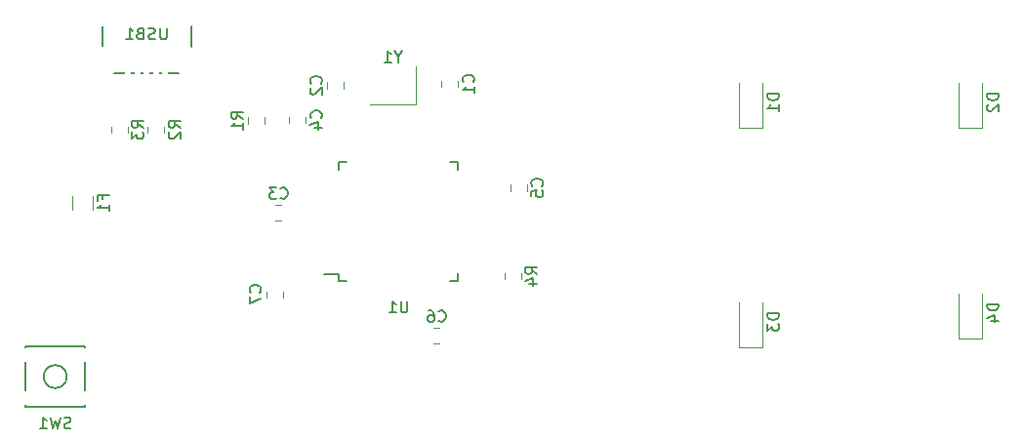
<source format=gbo>
G04 #@! TF.GenerationSoftware,KiCad,Pcbnew,(5.1.4)-1*
G04 #@! TF.CreationDate,2023-10-04T08:31:50-04:00*
G04 #@! TF.ProjectId,ai03-pcb-guide,61693033-2d70-4636-922d-67756964652e,rev?*
G04 #@! TF.SameCoordinates,Original*
G04 #@! TF.FileFunction,Legend,Bot*
G04 #@! TF.FilePolarity,Positive*
%FSLAX46Y46*%
G04 Gerber Fmt 4.6, Leading zero omitted, Abs format (unit mm)*
G04 Created by KiCad (PCBNEW (5.1.4)-1) date 2023-10-04 08:31:50*
%MOMM*%
%LPD*%
G04 APERTURE LIST*
%ADD10C,0.120000*%
%ADD11C,0.150000*%
%ADD12R,1.502000X1.302000*%
%ADD13O,1.802000X2.802000*%
%ADD14R,0.602000X2.352000*%
%ADD15R,0.652000X1.602000*%
%ADD16R,1.602000X0.652000*%
%ADD17R,1.902000X1.202000*%
%ADD18C,0.100000*%
%ADD19C,1.077000*%
%ADD20C,1.852000*%
%ADD21C,2.352000*%
%ADD22C,4.089800*%
%ADD23C,2.352000*%
%ADD24C,1.352000*%
%ADD25R,1.302000X1.002000*%
G04 APERTURE END LIST*
D10*
X226536000Y-97027000D02*
X222536000Y-97027000D01*
X226536000Y-93727000D02*
X226536000Y-97027000D01*
D11*
X199350000Y-88900000D02*
X199350000Y-94350000D01*
X207050000Y-88900000D02*
X207050000Y-94350000D01*
X199350000Y-94350000D02*
X207050000Y-94350000D01*
X219869000Y-111788000D02*
X218594000Y-111788000D01*
X230219000Y-112363000D02*
X229544000Y-112363000D01*
X230219000Y-102013000D02*
X229544000Y-102013000D01*
X219869000Y-102013000D02*
X220544000Y-102013000D01*
X219869000Y-112363000D02*
X220544000Y-112363000D01*
X219869000Y-102013000D02*
X219869000Y-102688000D01*
X230219000Y-102013000D02*
X230219000Y-102688000D01*
X230219000Y-112363000D02*
X230219000Y-111688000D01*
X219869000Y-112363000D02*
X219869000Y-111788000D01*
X197862500Y-118050000D02*
X192662500Y-118050000D01*
X192662500Y-118050000D02*
X192662500Y-123250000D01*
X192662500Y-123250000D02*
X197862500Y-123250000D01*
X197862500Y-123250000D02*
X197862500Y-118050000D01*
X196262500Y-120650000D02*
G75*
G03X196262500Y-120650000I-1000000J0D01*
G01*
D10*
X234240000Y-112177328D02*
X234240000Y-111660172D01*
X235660000Y-112177328D02*
X235660000Y-111660172D01*
X200108750Y-99477328D02*
X200108750Y-98960172D01*
X201528750Y-99477328D02*
X201528750Y-98960172D01*
X203283750Y-99477328D02*
X203283750Y-98960172D01*
X204703750Y-99477328D02*
X204703750Y-98960172D01*
X213435000Y-98166422D02*
X213435000Y-98683578D01*
X212015000Y-98166422D02*
X212015000Y-98683578D01*
X196733750Y-106170814D02*
X196733750Y-104966686D01*
X198553750Y-106170814D02*
X198553750Y-104966686D01*
X275637500Y-117343750D02*
X275637500Y-113443750D01*
X273637500Y-117343750D02*
X273637500Y-113443750D01*
X275637500Y-117343750D02*
X273637500Y-117343750D01*
X256587500Y-118137500D02*
X256587500Y-114237500D01*
X254587500Y-118137500D02*
X254587500Y-114237500D01*
X256587500Y-118137500D02*
X254587500Y-118137500D01*
X275637500Y-99087500D02*
X275637500Y-95187500D01*
X273637500Y-99087500D02*
X273637500Y-95187500D01*
X275637500Y-99087500D02*
X273637500Y-99087500D01*
X256587500Y-99087500D02*
X256587500Y-95187500D01*
X254587500Y-99087500D02*
X254587500Y-95187500D01*
X256587500Y-99087500D02*
X254587500Y-99087500D01*
X215022500Y-113247672D02*
X215022500Y-113764828D01*
X213602500Y-113247672D02*
X213602500Y-113764828D01*
X228604578Y-117804000D02*
X228087422Y-117804000D01*
X228604578Y-116384000D02*
X228087422Y-116384000D01*
X234748000Y-104525578D02*
X234748000Y-104008422D01*
X236168000Y-104525578D02*
X236168000Y-104008422D01*
X215571000Y-98620078D02*
X215571000Y-98102922D01*
X216991000Y-98620078D02*
X216991000Y-98102922D01*
X214888578Y-107136000D02*
X214371422Y-107136000D01*
X214888578Y-105716000D02*
X214371422Y-105716000D01*
X220293000Y-95118422D02*
X220293000Y-95635578D01*
X218873000Y-95118422D02*
X218873000Y-95635578D01*
X228779000Y-95508578D02*
X228779000Y-94991422D01*
X230199000Y-95508578D02*
X230199000Y-94991422D01*
D11*
X225012190Y-92903190D02*
X225012190Y-93379380D01*
X225345523Y-92379380D02*
X225012190Y-92903190D01*
X224678857Y-92379380D01*
X223821714Y-93379380D02*
X224393142Y-93379380D01*
X224107428Y-93379380D02*
X224107428Y-92379380D01*
X224202666Y-92522238D01*
X224297904Y-92617476D01*
X224393142Y-92665095D01*
X204938095Y-90384380D02*
X204938095Y-91193904D01*
X204890476Y-91289142D01*
X204842857Y-91336761D01*
X204747619Y-91384380D01*
X204557142Y-91384380D01*
X204461904Y-91336761D01*
X204414285Y-91289142D01*
X204366666Y-91193904D01*
X204366666Y-90384380D01*
X203938095Y-91336761D02*
X203795238Y-91384380D01*
X203557142Y-91384380D01*
X203461904Y-91336761D01*
X203414285Y-91289142D01*
X203366666Y-91193904D01*
X203366666Y-91098666D01*
X203414285Y-91003428D01*
X203461904Y-90955809D01*
X203557142Y-90908190D01*
X203747619Y-90860571D01*
X203842857Y-90812952D01*
X203890476Y-90765333D01*
X203938095Y-90670095D01*
X203938095Y-90574857D01*
X203890476Y-90479619D01*
X203842857Y-90432000D01*
X203747619Y-90384380D01*
X203509523Y-90384380D01*
X203366666Y-90432000D01*
X202604761Y-90860571D02*
X202461904Y-90908190D01*
X202414285Y-90955809D01*
X202366666Y-91051047D01*
X202366666Y-91193904D01*
X202414285Y-91289142D01*
X202461904Y-91336761D01*
X202557142Y-91384380D01*
X202938095Y-91384380D01*
X202938095Y-90384380D01*
X202604761Y-90384380D01*
X202509523Y-90432000D01*
X202461904Y-90479619D01*
X202414285Y-90574857D01*
X202414285Y-90670095D01*
X202461904Y-90765333D01*
X202509523Y-90812952D01*
X202604761Y-90860571D01*
X202938095Y-90860571D01*
X201414285Y-91384380D02*
X201985714Y-91384380D01*
X201700000Y-91384380D02*
X201700000Y-90384380D01*
X201795238Y-90527238D01*
X201890476Y-90622476D01*
X201985714Y-90670095D01*
X225805904Y-114090380D02*
X225805904Y-114899904D01*
X225758285Y-114995142D01*
X225710666Y-115042761D01*
X225615428Y-115090380D01*
X225424952Y-115090380D01*
X225329714Y-115042761D01*
X225282095Y-114995142D01*
X225234476Y-114899904D01*
X225234476Y-114090380D01*
X224234476Y-115090380D02*
X224805904Y-115090380D01*
X224520190Y-115090380D02*
X224520190Y-114090380D01*
X224615428Y-114233238D01*
X224710666Y-114328476D01*
X224805904Y-114376095D01*
X196595833Y-125118761D02*
X196452976Y-125166380D01*
X196214880Y-125166380D01*
X196119642Y-125118761D01*
X196072023Y-125071142D01*
X196024404Y-124975904D01*
X196024404Y-124880666D01*
X196072023Y-124785428D01*
X196119642Y-124737809D01*
X196214880Y-124690190D01*
X196405357Y-124642571D01*
X196500595Y-124594952D01*
X196548214Y-124547333D01*
X196595833Y-124452095D01*
X196595833Y-124356857D01*
X196548214Y-124261619D01*
X196500595Y-124214000D01*
X196405357Y-124166380D01*
X196167261Y-124166380D01*
X196024404Y-124214000D01*
X195691071Y-124166380D02*
X195452976Y-125166380D01*
X195262500Y-124452095D01*
X195072023Y-125166380D01*
X194833928Y-124166380D01*
X193929166Y-125166380D02*
X194500595Y-125166380D01*
X194214880Y-125166380D02*
X194214880Y-124166380D01*
X194310119Y-124309238D01*
X194405357Y-124404476D01*
X194500595Y-124452095D01*
X237052380Y-111752083D02*
X236576190Y-111418750D01*
X237052380Y-111180654D02*
X236052380Y-111180654D01*
X236052380Y-111561607D01*
X236100000Y-111656845D01*
X236147619Y-111704464D01*
X236242857Y-111752083D01*
X236385714Y-111752083D01*
X236480952Y-111704464D01*
X236528571Y-111656845D01*
X236576190Y-111561607D01*
X236576190Y-111180654D01*
X236385714Y-112609226D02*
X237052380Y-112609226D01*
X236004761Y-112371130D02*
X236719047Y-112133035D01*
X236719047Y-112752083D01*
X202921130Y-99052083D02*
X202444940Y-98718750D01*
X202921130Y-98480654D02*
X201921130Y-98480654D01*
X201921130Y-98861607D01*
X201968750Y-98956845D01*
X202016369Y-99004464D01*
X202111607Y-99052083D01*
X202254464Y-99052083D01*
X202349702Y-99004464D01*
X202397321Y-98956845D01*
X202444940Y-98861607D01*
X202444940Y-98480654D01*
X201921130Y-99385416D02*
X201921130Y-100004464D01*
X202302083Y-99671130D01*
X202302083Y-99813988D01*
X202349702Y-99909226D01*
X202397321Y-99956845D01*
X202492559Y-100004464D01*
X202730654Y-100004464D01*
X202825892Y-99956845D01*
X202873511Y-99909226D01*
X202921130Y-99813988D01*
X202921130Y-99528273D01*
X202873511Y-99433035D01*
X202825892Y-99385416D01*
X206096130Y-99052083D02*
X205619940Y-98718750D01*
X206096130Y-98480654D02*
X205096130Y-98480654D01*
X205096130Y-98861607D01*
X205143750Y-98956845D01*
X205191369Y-99004464D01*
X205286607Y-99052083D01*
X205429464Y-99052083D01*
X205524702Y-99004464D01*
X205572321Y-98956845D01*
X205619940Y-98861607D01*
X205619940Y-98480654D01*
X205191369Y-99433035D02*
X205143750Y-99480654D01*
X205096130Y-99575892D01*
X205096130Y-99813988D01*
X205143750Y-99909226D01*
X205191369Y-99956845D01*
X205286607Y-100004464D01*
X205381845Y-100004464D01*
X205524702Y-99956845D01*
X206096130Y-99385416D01*
X206096130Y-100004464D01*
X211527380Y-98258333D02*
X211051190Y-97925000D01*
X211527380Y-97686904D02*
X210527380Y-97686904D01*
X210527380Y-98067857D01*
X210575000Y-98163095D01*
X210622619Y-98210714D01*
X210717857Y-98258333D01*
X210860714Y-98258333D01*
X210955952Y-98210714D01*
X211003571Y-98163095D01*
X211051190Y-98067857D01*
X211051190Y-97686904D01*
X211527380Y-99210714D02*
X211527380Y-98639285D01*
X211527380Y-98925000D02*
X210527380Y-98925000D01*
X210670238Y-98829761D01*
X210765476Y-98734523D01*
X210813095Y-98639285D01*
X199392321Y-105235416D02*
X199392321Y-104902083D01*
X199916130Y-104902083D02*
X198916130Y-104902083D01*
X198916130Y-105378273D01*
X199916130Y-106283035D02*
X199916130Y-105711607D01*
X199916130Y-105997321D02*
X198916130Y-105997321D01*
X199058988Y-105902083D01*
X199154226Y-105806845D01*
X199201845Y-105711607D01*
X277089880Y-114355654D02*
X276089880Y-114355654D01*
X276089880Y-114593750D01*
X276137500Y-114736607D01*
X276232738Y-114831845D01*
X276327976Y-114879464D01*
X276518452Y-114927083D01*
X276661309Y-114927083D01*
X276851785Y-114879464D01*
X276947023Y-114831845D01*
X277042261Y-114736607D01*
X277089880Y-114593750D01*
X277089880Y-114355654D01*
X276423214Y-115784226D02*
X277089880Y-115784226D01*
X276042261Y-115546130D02*
X276756547Y-115308035D01*
X276756547Y-115927083D01*
X258039880Y-115149404D02*
X257039880Y-115149404D01*
X257039880Y-115387500D01*
X257087500Y-115530357D01*
X257182738Y-115625595D01*
X257277976Y-115673214D01*
X257468452Y-115720833D01*
X257611309Y-115720833D01*
X257801785Y-115673214D01*
X257897023Y-115625595D01*
X257992261Y-115530357D01*
X258039880Y-115387500D01*
X258039880Y-115149404D01*
X257039880Y-116054166D02*
X257039880Y-116673214D01*
X257420833Y-116339880D01*
X257420833Y-116482738D01*
X257468452Y-116577976D01*
X257516071Y-116625595D01*
X257611309Y-116673214D01*
X257849404Y-116673214D01*
X257944642Y-116625595D01*
X257992261Y-116577976D01*
X258039880Y-116482738D01*
X258039880Y-116197023D01*
X257992261Y-116101785D01*
X257944642Y-116054166D01*
X277089880Y-96099404D02*
X276089880Y-96099404D01*
X276089880Y-96337500D01*
X276137500Y-96480357D01*
X276232738Y-96575595D01*
X276327976Y-96623214D01*
X276518452Y-96670833D01*
X276661309Y-96670833D01*
X276851785Y-96623214D01*
X276947023Y-96575595D01*
X277042261Y-96480357D01*
X277089880Y-96337500D01*
X277089880Y-96099404D01*
X276185119Y-97051785D02*
X276137500Y-97099404D01*
X276089880Y-97194642D01*
X276089880Y-97432738D01*
X276137500Y-97527976D01*
X276185119Y-97575595D01*
X276280357Y-97623214D01*
X276375595Y-97623214D01*
X276518452Y-97575595D01*
X277089880Y-97004166D01*
X277089880Y-97623214D01*
X258039880Y-96099404D02*
X257039880Y-96099404D01*
X257039880Y-96337500D01*
X257087500Y-96480357D01*
X257182738Y-96575595D01*
X257277976Y-96623214D01*
X257468452Y-96670833D01*
X257611309Y-96670833D01*
X257801785Y-96623214D01*
X257897023Y-96575595D01*
X257992261Y-96480357D01*
X258039880Y-96337500D01*
X258039880Y-96099404D01*
X258039880Y-97623214D02*
X258039880Y-97051785D01*
X258039880Y-97337500D02*
X257039880Y-97337500D01*
X257182738Y-97242261D01*
X257277976Y-97147023D01*
X257325595Y-97051785D01*
X213019642Y-113339583D02*
X213067261Y-113291964D01*
X213114880Y-113149107D01*
X213114880Y-113053869D01*
X213067261Y-112911011D01*
X212972023Y-112815773D01*
X212876785Y-112768154D01*
X212686309Y-112720535D01*
X212543452Y-112720535D01*
X212352976Y-112768154D01*
X212257738Y-112815773D01*
X212162500Y-112911011D01*
X212114880Y-113053869D01*
X212114880Y-113149107D01*
X212162500Y-113291964D01*
X212210119Y-113339583D01*
X212114880Y-113672916D02*
X212114880Y-114339583D01*
X213114880Y-113911011D01*
X228512666Y-115801142D02*
X228560285Y-115848761D01*
X228703142Y-115896380D01*
X228798380Y-115896380D01*
X228941238Y-115848761D01*
X229036476Y-115753523D01*
X229084095Y-115658285D01*
X229131714Y-115467809D01*
X229131714Y-115324952D01*
X229084095Y-115134476D01*
X229036476Y-115039238D01*
X228941238Y-114944000D01*
X228798380Y-114896380D01*
X228703142Y-114896380D01*
X228560285Y-114944000D01*
X228512666Y-114991619D01*
X227655523Y-114896380D02*
X227846000Y-114896380D01*
X227941238Y-114944000D01*
X227988857Y-114991619D01*
X228084095Y-115134476D01*
X228131714Y-115324952D01*
X228131714Y-115705904D01*
X228084095Y-115801142D01*
X228036476Y-115848761D01*
X227941238Y-115896380D01*
X227750761Y-115896380D01*
X227655523Y-115848761D01*
X227607904Y-115801142D01*
X227560285Y-115705904D01*
X227560285Y-115467809D01*
X227607904Y-115372571D01*
X227655523Y-115324952D01*
X227750761Y-115277333D01*
X227941238Y-115277333D01*
X228036476Y-115324952D01*
X228084095Y-115372571D01*
X228131714Y-115467809D01*
X237465142Y-104100333D02*
X237512761Y-104052714D01*
X237560380Y-103909857D01*
X237560380Y-103814619D01*
X237512761Y-103671761D01*
X237417523Y-103576523D01*
X237322285Y-103528904D01*
X237131809Y-103481285D01*
X236988952Y-103481285D01*
X236798476Y-103528904D01*
X236703238Y-103576523D01*
X236608000Y-103671761D01*
X236560380Y-103814619D01*
X236560380Y-103909857D01*
X236608000Y-104052714D01*
X236655619Y-104100333D01*
X236560380Y-105005095D02*
X236560380Y-104528904D01*
X237036571Y-104481285D01*
X236988952Y-104528904D01*
X236941333Y-104624142D01*
X236941333Y-104862238D01*
X236988952Y-104957476D01*
X237036571Y-105005095D01*
X237131809Y-105052714D01*
X237369904Y-105052714D01*
X237465142Y-105005095D01*
X237512761Y-104957476D01*
X237560380Y-104862238D01*
X237560380Y-104624142D01*
X237512761Y-104528904D01*
X237465142Y-104481285D01*
X218288142Y-98194833D02*
X218335761Y-98147214D01*
X218383380Y-98004357D01*
X218383380Y-97909119D01*
X218335761Y-97766261D01*
X218240523Y-97671023D01*
X218145285Y-97623404D01*
X217954809Y-97575785D01*
X217811952Y-97575785D01*
X217621476Y-97623404D01*
X217526238Y-97671023D01*
X217431000Y-97766261D01*
X217383380Y-97909119D01*
X217383380Y-98004357D01*
X217431000Y-98147214D01*
X217478619Y-98194833D01*
X217716714Y-99051976D02*
X218383380Y-99051976D01*
X217335761Y-98813880D02*
X218050047Y-98575785D01*
X218050047Y-99194833D01*
X214796666Y-105133142D02*
X214844285Y-105180761D01*
X214987142Y-105228380D01*
X215082380Y-105228380D01*
X215225238Y-105180761D01*
X215320476Y-105085523D01*
X215368095Y-104990285D01*
X215415714Y-104799809D01*
X215415714Y-104656952D01*
X215368095Y-104466476D01*
X215320476Y-104371238D01*
X215225238Y-104276000D01*
X215082380Y-104228380D01*
X214987142Y-104228380D01*
X214844285Y-104276000D01*
X214796666Y-104323619D01*
X214463333Y-104228380D02*
X213844285Y-104228380D01*
X214177619Y-104609333D01*
X214034761Y-104609333D01*
X213939523Y-104656952D01*
X213891904Y-104704571D01*
X213844285Y-104799809D01*
X213844285Y-105037904D01*
X213891904Y-105133142D01*
X213939523Y-105180761D01*
X214034761Y-105228380D01*
X214320476Y-105228380D01*
X214415714Y-105180761D01*
X214463333Y-105133142D01*
X218290142Y-95210333D02*
X218337761Y-95162714D01*
X218385380Y-95019857D01*
X218385380Y-94924619D01*
X218337761Y-94781761D01*
X218242523Y-94686523D01*
X218147285Y-94638904D01*
X217956809Y-94591285D01*
X217813952Y-94591285D01*
X217623476Y-94638904D01*
X217528238Y-94686523D01*
X217433000Y-94781761D01*
X217385380Y-94924619D01*
X217385380Y-95019857D01*
X217433000Y-95162714D01*
X217480619Y-95210333D01*
X217480619Y-95591285D02*
X217433000Y-95638904D01*
X217385380Y-95734142D01*
X217385380Y-95972238D01*
X217433000Y-96067476D01*
X217480619Y-96115095D01*
X217575857Y-96162714D01*
X217671095Y-96162714D01*
X217813952Y-96115095D01*
X218385380Y-95543666D01*
X218385380Y-96162714D01*
X231496142Y-95083333D02*
X231543761Y-95035714D01*
X231591380Y-94892857D01*
X231591380Y-94797619D01*
X231543761Y-94654761D01*
X231448523Y-94559523D01*
X231353285Y-94511904D01*
X231162809Y-94464285D01*
X231019952Y-94464285D01*
X230829476Y-94511904D01*
X230734238Y-94559523D01*
X230639000Y-94654761D01*
X230591380Y-94797619D01*
X230591380Y-94892857D01*
X230639000Y-95035714D01*
X230686619Y-95083333D01*
X231591380Y-96035714D02*
X231591380Y-95464285D01*
X231591380Y-95750000D02*
X230591380Y-95750000D01*
X230734238Y-95654761D01*
X230829476Y-95559523D01*
X230877095Y-95464285D01*
%LPC*%
D12*
X225636000Y-94527000D03*
X223436000Y-94527000D03*
X223436000Y-96227000D03*
X225636000Y-96227000D03*
D13*
X199550000Y-88900000D03*
X206850000Y-88900000D03*
X206850000Y-93400000D03*
X199550000Y-93400000D03*
D14*
X201600000Y-93400000D03*
X202400000Y-93400000D03*
X203200000Y-93400000D03*
X204000000Y-93400000D03*
X204800000Y-93400000D03*
D15*
X221044000Y-112888000D03*
X221844000Y-112888000D03*
X222644000Y-112888000D03*
X223444000Y-112888000D03*
X224244000Y-112888000D03*
X225044000Y-112888000D03*
X225844000Y-112888000D03*
X226644000Y-112888000D03*
X227444000Y-112888000D03*
X228244000Y-112888000D03*
X229044000Y-112888000D03*
D16*
X230744000Y-111188000D03*
X230744000Y-110388000D03*
X230744000Y-109588000D03*
X230744000Y-108788000D03*
X230744000Y-107988000D03*
X230744000Y-107188000D03*
X230744000Y-106388000D03*
X230744000Y-105588000D03*
X230744000Y-104788000D03*
X230744000Y-103988000D03*
X230744000Y-103188000D03*
D15*
X229044000Y-101488000D03*
X228244000Y-101488000D03*
X227444000Y-101488000D03*
X226644000Y-101488000D03*
X225844000Y-101488000D03*
X225044000Y-101488000D03*
X224244000Y-101488000D03*
X223444000Y-101488000D03*
X222644000Y-101488000D03*
X221844000Y-101488000D03*
X221044000Y-101488000D03*
D16*
X219344000Y-103188000D03*
X219344000Y-103988000D03*
X219344000Y-104788000D03*
X219344000Y-105588000D03*
X219344000Y-106388000D03*
X219344000Y-107188000D03*
X219344000Y-107988000D03*
X219344000Y-108788000D03*
X219344000Y-109588000D03*
X219344000Y-110388000D03*
X219344000Y-111188000D03*
D17*
X198362500Y-122500000D03*
X192162500Y-118800000D03*
X198362500Y-118800000D03*
X192162500Y-122500000D03*
D18*
G36*
X235458141Y-110444047D02*
G01*
X235484278Y-110447924D01*
X235509909Y-110454344D01*
X235534788Y-110463245D01*
X235558674Y-110474543D01*
X235581337Y-110488127D01*
X235602560Y-110503867D01*
X235622139Y-110521611D01*
X235639883Y-110541190D01*
X235655623Y-110562413D01*
X235669207Y-110585076D01*
X235680505Y-110608962D01*
X235689406Y-110633841D01*
X235695826Y-110659472D01*
X235699703Y-110685609D01*
X235701000Y-110712000D01*
X235701000Y-111250500D01*
X235699703Y-111276891D01*
X235695826Y-111303028D01*
X235689406Y-111328659D01*
X235680505Y-111353538D01*
X235669207Y-111377424D01*
X235655623Y-111400087D01*
X235639883Y-111421310D01*
X235622139Y-111440889D01*
X235602560Y-111458633D01*
X235581337Y-111474373D01*
X235558674Y-111487957D01*
X235534788Y-111499255D01*
X235509909Y-111508156D01*
X235484278Y-111514576D01*
X235458141Y-111518453D01*
X235431750Y-111519750D01*
X234468250Y-111519750D01*
X234441859Y-111518453D01*
X234415722Y-111514576D01*
X234390091Y-111508156D01*
X234365212Y-111499255D01*
X234341326Y-111487957D01*
X234318663Y-111474373D01*
X234297440Y-111458633D01*
X234277861Y-111440889D01*
X234260117Y-111421310D01*
X234244377Y-111400087D01*
X234230793Y-111377424D01*
X234219495Y-111353538D01*
X234210594Y-111328659D01*
X234204174Y-111303028D01*
X234200297Y-111276891D01*
X234199000Y-111250500D01*
X234199000Y-110712000D01*
X234200297Y-110685609D01*
X234204174Y-110659472D01*
X234210594Y-110633841D01*
X234219495Y-110608962D01*
X234230793Y-110585076D01*
X234244377Y-110562413D01*
X234260117Y-110541190D01*
X234277861Y-110521611D01*
X234297440Y-110503867D01*
X234318663Y-110488127D01*
X234341326Y-110474543D01*
X234365212Y-110463245D01*
X234390091Y-110454344D01*
X234415722Y-110447924D01*
X234441859Y-110444047D01*
X234468250Y-110442750D01*
X235431750Y-110442750D01*
X235458141Y-110444047D01*
X235458141Y-110444047D01*
G37*
D19*
X234950000Y-110981250D03*
D18*
G36*
X235458141Y-112319047D02*
G01*
X235484278Y-112322924D01*
X235509909Y-112329344D01*
X235534788Y-112338245D01*
X235558674Y-112349543D01*
X235581337Y-112363127D01*
X235602560Y-112378867D01*
X235622139Y-112396611D01*
X235639883Y-112416190D01*
X235655623Y-112437413D01*
X235669207Y-112460076D01*
X235680505Y-112483962D01*
X235689406Y-112508841D01*
X235695826Y-112534472D01*
X235699703Y-112560609D01*
X235701000Y-112587000D01*
X235701000Y-113125500D01*
X235699703Y-113151891D01*
X235695826Y-113178028D01*
X235689406Y-113203659D01*
X235680505Y-113228538D01*
X235669207Y-113252424D01*
X235655623Y-113275087D01*
X235639883Y-113296310D01*
X235622139Y-113315889D01*
X235602560Y-113333633D01*
X235581337Y-113349373D01*
X235558674Y-113362957D01*
X235534788Y-113374255D01*
X235509909Y-113383156D01*
X235484278Y-113389576D01*
X235458141Y-113393453D01*
X235431750Y-113394750D01*
X234468250Y-113394750D01*
X234441859Y-113393453D01*
X234415722Y-113389576D01*
X234390091Y-113383156D01*
X234365212Y-113374255D01*
X234341326Y-113362957D01*
X234318663Y-113349373D01*
X234297440Y-113333633D01*
X234277861Y-113315889D01*
X234260117Y-113296310D01*
X234244377Y-113275087D01*
X234230793Y-113252424D01*
X234219495Y-113228538D01*
X234210594Y-113203659D01*
X234204174Y-113178028D01*
X234200297Y-113151891D01*
X234199000Y-113125500D01*
X234199000Y-112587000D01*
X234200297Y-112560609D01*
X234204174Y-112534472D01*
X234210594Y-112508841D01*
X234219495Y-112483962D01*
X234230793Y-112460076D01*
X234244377Y-112437413D01*
X234260117Y-112416190D01*
X234277861Y-112396611D01*
X234297440Y-112378867D01*
X234318663Y-112363127D01*
X234341326Y-112349543D01*
X234365212Y-112338245D01*
X234390091Y-112329344D01*
X234415722Y-112322924D01*
X234441859Y-112319047D01*
X234468250Y-112317750D01*
X235431750Y-112317750D01*
X235458141Y-112319047D01*
X235458141Y-112319047D01*
G37*
D19*
X234950000Y-112856250D03*
D18*
G36*
X201326891Y-97744047D02*
G01*
X201353028Y-97747924D01*
X201378659Y-97754344D01*
X201403538Y-97763245D01*
X201427424Y-97774543D01*
X201450087Y-97788127D01*
X201471310Y-97803867D01*
X201490889Y-97821611D01*
X201508633Y-97841190D01*
X201524373Y-97862413D01*
X201537957Y-97885076D01*
X201549255Y-97908962D01*
X201558156Y-97933841D01*
X201564576Y-97959472D01*
X201568453Y-97985609D01*
X201569750Y-98012000D01*
X201569750Y-98550500D01*
X201568453Y-98576891D01*
X201564576Y-98603028D01*
X201558156Y-98628659D01*
X201549255Y-98653538D01*
X201537957Y-98677424D01*
X201524373Y-98700087D01*
X201508633Y-98721310D01*
X201490889Y-98740889D01*
X201471310Y-98758633D01*
X201450087Y-98774373D01*
X201427424Y-98787957D01*
X201403538Y-98799255D01*
X201378659Y-98808156D01*
X201353028Y-98814576D01*
X201326891Y-98818453D01*
X201300500Y-98819750D01*
X200337000Y-98819750D01*
X200310609Y-98818453D01*
X200284472Y-98814576D01*
X200258841Y-98808156D01*
X200233962Y-98799255D01*
X200210076Y-98787957D01*
X200187413Y-98774373D01*
X200166190Y-98758633D01*
X200146611Y-98740889D01*
X200128867Y-98721310D01*
X200113127Y-98700087D01*
X200099543Y-98677424D01*
X200088245Y-98653538D01*
X200079344Y-98628659D01*
X200072924Y-98603028D01*
X200069047Y-98576891D01*
X200067750Y-98550500D01*
X200067750Y-98012000D01*
X200069047Y-97985609D01*
X200072924Y-97959472D01*
X200079344Y-97933841D01*
X200088245Y-97908962D01*
X200099543Y-97885076D01*
X200113127Y-97862413D01*
X200128867Y-97841190D01*
X200146611Y-97821611D01*
X200166190Y-97803867D01*
X200187413Y-97788127D01*
X200210076Y-97774543D01*
X200233962Y-97763245D01*
X200258841Y-97754344D01*
X200284472Y-97747924D01*
X200310609Y-97744047D01*
X200337000Y-97742750D01*
X201300500Y-97742750D01*
X201326891Y-97744047D01*
X201326891Y-97744047D01*
G37*
D19*
X200818750Y-98281250D03*
D18*
G36*
X201326891Y-99619047D02*
G01*
X201353028Y-99622924D01*
X201378659Y-99629344D01*
X201403538Y-99638245D01*
X201427424Y-99649543D01*
X201450087Y-99663127D01*
X201471310Y-99678867D01*
X201490889Y-99696611D01*
X201508633Y-99716190D01*
X201524373Y-99737413D01*
X201537957Y-99760076D01*
X201549255Y-99783962D01*
X201558156Y-99808841D01*
X201564576Y-99834472D01*
X201568453Y-99860609D01*
X201569750Y-99887000D01*
X201569750Y-100425500D01*
X201568453Y-100451891D01*
X201564576Y-100478028D01*
X201558156Y-100503659D01*
X201549255Y-100528538D01*
X201537957Y-100552424D01*
X201524373Y-100575087D01*
X201508633Y-100596310D01*
X201490889Y-100615889D01*
X201471310Y-100633633D01*
X201450087Y-100649373D01*
X201427424Y-100662957D01*
X201403538Y-100674255D01*
X201378659Y-100683156D01*
X201353028Y-100689576D01*
X201326891Y-100693453D01*
X201300500Y-100694750D01*
X200337000Y-100694750D01*
X200310609Y-100693453D01*
X200284472Y-100689576D01*
X200258841Y-100683156D01*
X200233962Y-100674255D01*
X200210076Y-100662957D01*
X200187413Y-100649373D01*
X200166190Y-100633633D01*
X200146611Y-100615889D01*
X200128867Y-100596310D01*
X200113127Y-100575087D01*
X200099543Y-100552424D01*
X200088245Y-100528538D01*
X200079344Y-100503659D01*
X200072924Y-100478028D01*
X200069047Y-100451891D01*
X200067750Y-100425500D01*
X200067750Y-99887000D01*
X200069047Y-99860609D01*
X200072924Y-99834472D01*
X200079344Y-99808841D01*
X200088245Y-99783962D01*
X200099543Y-99760076D01*
X200113127Y-99737413D01*
X200128867Y-99716190D01*
X200146611Y-99696611D01*
X200166190Y-99678867D01*
X200187413Y-99663127D01*
X200210076Y-99649543D01*
X200233962Y-99638245D01*
X200258841Y-99629344D01*
X200284472Y-99622924D01*
X200310609Y-99619047D01*
X200337000Y-99617750D01*
X201300500Y-99617750D01*
X201326891Y-99619047D01*
X201326891Y-99619047D01*
G37*
D19*
X200818750Y-100156250D03*
D18*
G36*
X204501891Y-97744047D02*
G01*
X204528028Y-97747924D01*
X204553659Y-97754344D01*
X204578538Y-97763245D01*
X204602424Y-97774543D01*
X204625087Y-97788127D01*
X204646310Y-97803867D01*
X204665889Y-97821611D01*
X204683633Y-97841190D01*
X204699373Y-97862413D01*
X204712957Y-97885076D01*
X204724255Y-97908962D01*
X204733156Y-97933841D01*
X204739576Y-97959472D01*
X204743453Y-97985609D01*
X204744750Y-98012000D01*
X204744750Y-98550500D01*
X204743453Y-98576891D01*
X204739576Y-98603028D01*
X204733156Y-98628659D01*
X204724255Y-98653538D01*
X204712957Y-98677424D01*
X204699373Y-98700087D01*
X204683633Y-98721310D01*
X204665889Y-98740889D01*
X204646310Y-98758633D01*
X204625087Y-98774373D01*
X204602424Y-98787957D01*
X204578538Y-98799255D01*
X204553659Y-98808156D01*
X204528028Y-98814576D01*
X204501891Y-98818453D01*
X204475500Y-98819750D01*
X203512000Y-98819750D01*
X203485609Y-98818453D01*
X203459472Y-98814576D01*
X203433841Y-98808156D01*
X203408962Y-98799255D01*
X203385076Y-98787957D01*
X203362413Y-98774373D01*
X203341190Y-98758633D01*
X203321611Y-98740889D01*
X203303867Y-98721310D01*
X203288127Y-98700087D01*
X203274543Y-98677424D01*
X203263245Y-98653538D01*
X203254344Y-98628659D01*
X203247924Y-98603028D01*
X203244047Y-98576891D01*
X203242750Y-98550500D01*
X203242750Y-98012000D01*
X203244047Y-97985609D01*
X203247924Y-97959472D01*
X203254344Y-97933841D01*
X203263245Y-97908962D01*
X203274543Y-97885076D01*
X203288127Y-97862413D01*
X203303867Y-97841190D01*
X203321611Y-97821611D01*
X203341190Y-97803867D01*
X203362413Y-97788127D01*
X203385076Y-97774543D01*
X203408962Y-97763245D01*
X203433841Y-97754344D01*
X203459472Y-97747924D01*
X203485609Y-97744047D01*
X203512000Y-97742750D01*
X204475500Y-97742750D01*
X204501891Y-97744047D01*
X204501891Y-97744047D01*
G37*
D19*
X203993750Y-98281250D03*
D18*
G36*
X204501891Y-99619047D02*
G01*
X204528028Y-99622924D01*
X204553659Y-99629344D01*
X204578538Y-99638245D01*
X204602424Y-99649543D01*
X204625087Y-99663127D01*
X204646310Y-99678867D01*
X204665889Y-99696611D01*
X204683633Y-99716190D01*
X204699373Y-99737413D01*
X204712957Y-99760076D01*
X204724255Y-99783962D01*
X204733156Y-99808841D01*
X204739576Y-99834472D01*
X204743453Y-99860609D01*
X204744750Y-99887000D01*
X204744750Y-100425500D01*
X204743453Y-100451891D01*
X204739576Y-100478028D01*
X204733156Y-100503659D01*
X204724255Y-100528538D01*
X204712957Y-100552424D01*
X204699373Y-100575087D01*
X204683633Y-100596310D01*
X204665889Y-100615889D01*
X204646310Y-100633633D01*
X204625087Y-100649373D01*
X204602424Y-100662957D01*
X204578538Y-100674255D01*
X204553659Y-100683156D01*
X204528028Y-100689576D01*
X204501891Y-100693453D01*
X204475500Y-100694750D01*
X203512000Y-100694750D01*
X203485609Y-100693453D01*
X203459472Y-100689576D01*
X203433841Y-100683156D01*
X203408962Y-100674255D01*
X203385076Y-100662957D01*
X203362413Y-100649373D01*
X203341190Y-100633633D01*
X203321611Y-100615889D01*
X203303867Y-100596310D01*
X203288127Y-100575087D01*
X203274543Y-100552424D01*
X203263245Y-100528538D01*
X203254344Y-100503659D01*
X203247924Y-100478028D01*
X203244047Y-100451891D01*
X203242750Y-100425500D01*
X203242750Y-99887000D01*
X203244047Y-99860609D01*
X203247924Y-99834472D01*
X203254344Y-99808841D01*
X203263245Y-99783962D01*
X203274543Y-99760076D01*
X203288127Y-99737413D01*
X203303867Y-99716190D01*
X203321611Y-99696611D01*
X203341190Y-99678867D01*
X203362413Y-99663127D01*
X203385076Y-99649543D01*
X203408962Y-99638245D01*
X203433841Y-99629344D01*
X203459472Y-99622924D01*
X203485609Y-99619047D01*
X203512000Y-99617750D01*
X204475500Y-99617750D01*
X204501891Y-99619047D01*
X204501891Y-99619047D01*
G37*
D19*
X203993750Y-100156250D03*
D18*
G36*
X213233141Y-98825297D02*
G01*
X213259278Y-98829174D01*
X213284909Y-98835594D01*
X213309788Y-98844495D01*
X213333674Y-98855793D01*
X213356337Y-98869377D01*
X213377560Y-98885117D01*
X213397139Y-98902861D01*
X213414883Y-98922440D01*
X213430623Y-98943663D01*
X213444207Y-98966326D01*
X213455505Y-98990212D01*
X213464406Y-99015091D01*
X213470826Y-99040722D01*
X213474703Y-99066859D01*
X213476000Y-99093250D01*
X213476000Y-99631750D01*
X213474703Y-99658141D01*
X213470826Y-99684278D01*
X213464406Y-99709909D01*
X213455505Y-99734788D01*
X213444207Y-99758674D01*
X213430623Y-99781337D01*
X213414883Y-99802560D01*
X213397139Y-99822139D01*
X213377560Y-99839883D01*
X213356337Y-99855623D01*
X213333674Y-99869207D01*
X213309788Y-99880505D01*
X213284909Y-99889406D01*
X213259278Y-99895826D01*
X213233141Y-99899703D01*
X213206750Y-99901000D01*
X212243250Y-99901000D01*
X212216859Y-99899703D01*
X212190722Y-99895826D01*
X212165091Y-99889406D01*
X212140212Y-99880505D01*
X212116326Y-99869207D01*
X212093663Y-99855623D01*
X212072440Y-99839883D01*
X212052861Y-99822139D01*
X212035117Y-99802560D01*
X212019377Y-99781337D01*
X212005793Y-99758674D01*
X211994495Y-99734788D01*
X211985594Y-99709909D01*
X211979174Y-99684278D01*
X211975297Y-99658141D01*
X211974000Y-99631750D01*
X211974000Y-99093250D01*
X211975297Y-99066859D01*
X211979174Y-99040722D01*
X211985594Y-99015091D01*
X211994495Y-98990212D01*
X212005793Y-98966326D01*
X212019377Y-98943663D01*
X212035117Y-98922440D01*
X212052861Y-98902861D01*
X212072440Y-98885117D01*
X212093663Y-98869377D01*
X212116326Y-98855793D01*
X212140212Y-98844495D01*
X212165091Y-98835594D01*
X212190722Y-98829174D01*
X212216859Y-98825297D01*
X212243250Y-98824000D01*
X213206750Y-98824000D01*
X213233141Y-98825297D01*
X213233141Y-98825297D01*
G37*
D19*
X212725000Y-99362500D03*
D18*
G36*
X213233141Y-96950297D02*
G01*
X213259278Y-96954174D01*
X213284909Y-96960594D01*
X213309788Y-96969495D01*
X213333674Y-96980793D01*
X213356337Y-96994377D01*
X213377560Y-97010117D01*
X213397139Y-97027861D01*
X213414883Y-97047440D01*
X213430623Y-97068663D01*
X213444207Y-97091326D01*
X213455505Y-97115212D01*
X213464406Y-97140091D01*
X213470826Y-97165722D01*
X213474703Y-97191859D01*
X213476000Y-97218250D01*
X213476000Y-97756750D01*
X213474703Y-97783141D01*
X213470826Y-97809278D01*
X213464406Y-97834909D01*
X213455505Y-97859788D01*
X213444207Y-97883674D01*
X213430623Y-97906337D01*
X213414883Y-97927560D01*
X213397139Y-97947139D01*
X213377560Y-97964883D01*
X213356337Y-97980623D01*
X213333674Y-97994207D01*
X213309788Y-98005505D01*
X213284909Y-98014406D01*
X213259278Y-98020826D01*
X213233141Y-98024703D01*
X213206750Y-98026000D01*
X212243250Y-98026000D01*
X212216859Y-98024703D01*
X212190722Y-98020826D01*
X212165091Y-98014406D01*
X212140212Y-98005505D01*
X212116326Y-97994207D01*
X212093663Y-97980623D01*
X212072440Y-97964883D01*
X212052861Y-97947139D01*
X212035117Y-97927560D01*
X212019377Y-97906337D01*
X212005793Y-97883674D01*
X211994495Y-97859788D01*
X211985594Y-97834909D01*
X211979174Y-97809278D01*
X211975297Y-97783141D01*
X211974000Y-97756750D01*
X211974000Y-97218250D01*
X211975297Y-97191859D01*
X211979174Y-97165722D01*
X211985594Y-97140091D01*
X211994495Y-97115212D01*
X212005793Y-97091326D01*
X212019377Y-97068663D01*
X212035117Y-97047440D01*
X212052861Y-97027861D01*
X212072440Y-97010117D01*
X212093663Y-96994377D01*
X212116326Y-96980793D01*
X212140212Y-96969495D01*
X212165091Y-96960594D01*
X212190722Y-96954174D01*
X212216859Y-96950297D01*
X212243250Y-96949000D01*
X213206750Y-96949000D01*
X213233141Y-96950297D01*
X213233141Y-96950297D01*
G37*
D19*
X212725000Y-97487500D03*
D20*
X271780000Y-115887500D03*
X261620000Y-115887500D03*
D21*
X264200000Y-111887500D03*
D22*
X266700000Y-115887500D03*
D21*
X263545001Y-112617500D03*
D23*
X262890000Y-113347500D02*
X264200002Y-111887500D01*
D21*
X269240000Y-110807500D03*
X269220000Y-111097500D03*
D23*
X269200000Y-111387500D02*
X269240000Y-110807500D01*
D20*
X252730000Y-115887500D03*
X242570000Y-115887500D03*
D21*
X245150000Y-111887500D03*
D22*
X247650000Y-115887500D03*
D21*
X244495001Y-112617500D03*
D23*
X243840000Y-113347500D02*
X245150002Y-111887500D01*
D21*
X250190000Y-110807500D03*
X250170000Y-111097500D03*
D23*
X250150000Y-111387500D02*
X250190000Y-110807500D01*
D20*
X271780000Y-96837500D03*
X261620000Y-96837500D03*
D21*
X264200000Y-92837500D03*
D22*
X266700000Y-96837500D03*
D21*
X263545001Y-93567500D03*
D23*
X262890000Y-94297500D02*
X264200002Y-92837500D01*
D21*
X269240000Y-91757500D03*
X269220000Y-92047500D03*
D23*
X269200000Y-92337500D02*
X269240000Y-91757500D01*
D20*
X252730000Y-96837500D03*
X242570000Y-96837500D03*
D21*
X245150000Y-92837500D03*
D22*
X247650000Y-96837500D03*
D21*
X244495001Y-93567500D03*
D23*
X243840000Y-94297500D02*
X245150002Y-92837500D01*
D21*
X250190000Y-91757500D03*
X250170000Y-92047500D03*
D23*
X250150000Y-92337500D02*
X250190000Y-91757500D01*
D18*
G36*
X198325854Y-103494052D02*
G01*
X198352102Y-103497946D01*
X198377843Y-103504393D01*
X198402828Y-103513333D01*
X198426816Y-103524678D01*
X198449576Y-103538321D01*
X198470890Y-103554128D01*
X198490552Y-103571948D01*
X198508372Y-103591610D01*
X198524179Y-103612924D01*
X198537822Y-103635684D01*
X198549167Y-103659672D01*
X198558107Y-103684657D01*
X198564554Y-103710398D01*
X198568448Y-103736646D01*
X198569750Y-103763150D01*
X198569750Y-104574350D01*
X198568448Y-104600854D01*
X198564554Y-104627102D01*
X198558107Y-104652843D01*
X198549167Y-104677828D01*
X198537822Y-104701816D01*
X198524179Y-104724576D01*
X198508372Y-104745890D01*
X198490552Y-104765552D01*
X198470890Y-104783372D01*
X198449576Y-104799179D01*
X198426816Y-104812822D01*
X198402828Y-104824167D01*
X198377843Y-104833107D01*
X198352102Y-104839554D01*
X198325854Y-104843448D01*
X198299350Y-104844750D01*
X196988150Y-104844750D01*
X196961646Y-104843448D01*
X196935398Y-104839554D01*
X196909657Y-104833107D01*
X196884672Y-104824167D01*
X196860684Y-104812822D01*
X196837924Y-104799179D01*
X196816610Y-104783372D01*
X196796948Y-104765552D01*
X196779128Y-104745890D01*
X196763321Y-104724576D01*
X196749678Y-104701816D01*
X196738333Y-104677828D01*
X196729393Y-104652843D01*
X196722946Y-104627102D01*
X196719052Y-104600854D01*
X196717750Y-104574350D01*
X196717750Y-103763150D01*
X196719052Y-103736646D01*
X196722946Y-103710398D01*
X196729393Y-103684657D01*
X196738333Y-103659672D01*
X196749678Y-103635684D01*
X196763321Y-103612924D01*
X196779128Y-103591610D01*
X196796948Y-103571948D01*
X196816610Y-103554128D01*
X196837924Y-103538321D01*
X196860684Y-103524678D01*
X196884672Y-103513333D01*
X196909657Y-103504393D01*
X196935398Y-103497946D01*
X196961646Y-103494052D01*
X196988150Y-103492750D01*
X198299350Y-103492750D01*
X198325854Y-103494052D01*
X198325854Y-103494052D01*
G37*
D24*
X197643750Y-104168750D03*
D18*
G36*
X198325854Y-106294052D02*
G01*
X198352102Y-106297946D01*
X198377843Y-106304393D01*
X198402828Y-106313333D01*
X198426816Y-106324678D01*
X198449576Y-106338321D01*
X198470890Y-106354128D01*
X198490552Y-106371948D01*
X198508372Y-106391610D01*
X198524179Y-106412924D01*
X198537822Y-106435684D01*
X198549167Y-106459672D01*
X198558107Y-106484657D01*
X198564554Y-106510398D01*
X198568448Y-106536646D01*
X198569750Y-106563150D01*
X198569750Y-107374350D01*
X198568448Y-107400854D01*
X198564554Y-107427102D01*
X198558107Y-107452843D01*
X198549167Y-107477828D01*
X198537822Y-107501816D01*
X198524179Y-107524576D01*
X198508372Y-107545890D01*
X198490552Y-107565552D01*
X198470890Y-107583372D01*
X198449576Y-107599179D01*
X198426816Y-107612822D01*
X198402828Y-107624167D01*
X198377843Y-107633107D01*
X198352102Y-107639554D01*
X198325854Y-107643448D01*
X198299350Y-107644750D01*
X196988150Y-107644750D01*
X196961646Y-107643448D01*
X196935398Y-107639554D01*
X196909657Y-107633107D01*
X196884672Y-107624167D01*
X196860684Y-107612822D01*
X196837924Y-107599179D01*
X196816610Y-107583372D01*
X196796948Y-107565552D01*
X196779128Y-107545890D01*
X196763321Y-107524576D01*
X196749678Y-107501816D01*
X196738333Y-107477828D01*
X196729393Y-107452843D01*
X196722946Y-107427102D01*
X196719052Y-107400854D01*
X196717750Y-107374350D01*
X196717750Y-106563150D01*
X196719052Y-106536646D01*
X196722946Y-106510398D01*
X196729393Y-106484657D01*
X196738333Y-106459672D01*
X196749678Y-106435684D01*
X196763321Y-106412924D01*
X196779128Y-106391610D01*
X196796948Y-106371948D01*
X196816610Y-106354128D01*
X196837924Y-106338321D01*
X196860684Y-106324678D01*
X196884672Y-106313333D01*
X196909657Y-106304393D01*
X196935398Y-106297946D01*
X196961646Y-106294052D01*
X196988150Y-106292750D01*
X198299350Y-106292750D01*
X198325854Y-106294052D01*
X198325854Y-106294052D01*
G37*
D24*
X197643750Y-106968750D03*
D25*
X274637500Y-113443750D03*
X274637500Y-116743750D03*
X255587500Y-114237500D03*
X255587500Y-117537500D03*
X274637500Y-95187500D03*
X274637500Y-98487500D03*
X255587500Y-95187500D03*
X255587500Y-98487500D03*
D18*
G36*
X214820641Y-113906547D02*
G01*
X214846778Y-113910424D01*
X214872409Y-113916844D01*
X214897288Y-113925745D01*
X214921174Y-113937043D01*
X214943837Y-113950627D01*
X214965060Y-113966367D01*
X214984639Y-113984111D01*
X215002383Y-114003690D01*
X215018123Y-114024913D01*
X215031707Y-114047576D01*
X215043005Y-114071462D01*
X215051906Y-114096341D01*
X215058326Y-114121972D01*
X215062203Y-114148109D01*
X215063500Y-114174500D01*
X215063500Y-114713000D01*
X215062203Y-114739391D01*
X215058326Y-114765528D01*
X215051906Y-114791159D01*
X215043005Y-114816038D01*
X215031707Y-114839924D01*
X215018123Y-114862587D01*
X215002383Y-114883810D01*
X214984639Y-114903389D01*
X214965060Y-114921133D01*
X214943837Y-114936873D01*
X214921174Y-114950457D01*
X214897288Y-114961755D01*
X214872409Y-114970656D01*
X214846778Y-114977076D01*
X214820641Y-114980953D01*
X214794250Y-114982250D01*
X213830750Y-114982250D01*
X213804359Y-114980953D01*
X213778222Y-114977076D01*
X213752591Y-114970656D01*
X213727712Y-114961755D01*
X213703826Y-114950457D01*
X213681163Y-114936873D01*
X213659940Y-114921133D01*
X213640361Y-114903389D01*
X213622617Y-114883810D01*
X213606877Y-114862587D01*
X213593293Y-114839924D01*
X213581995Y-114816038D01*
X213573094Y-114791159D01*
X213566674Y-114765528D01*
X213562797Y-114739391D01*
X213561500Y-114713000D01*
X213561500Y-114174500D01*
X213562797Y-114148109D01*
X213566674Y-114121972D01*
X213573094Y-114096341D01*
X213581995Y-114071462D01*
X213593293Y-114047576D01*
X213606877Y-114024913D01*
X213622617Y-114003690D01*
X213640361Y-113984111D01*
X213659940Y-113966367D01*
X213681163Y-113950627D01*
X213703826Y-113937043D01*
X213727712Y-113925745D01*
X213752591Y-113916844D01*
X213778222Y-113910424D01*
X213804359Y-113906547D01*
X213830750Y-113905250D01*
X214794250Y-113905250D01*
X214820641Y-113906547D01*
X214820641Y-113906547D01*
G37*
D19*
X214312500Y-114443750D03*
D18*
G36*
X214820641Y-112031547D02*
G01*
X214846778Y-112035424D01*
X214872409Y-112041844D01*
X214897288Y-112050745D01*
X214921174Y-112062043D01*
X214943837Y-112075627D01*
X214965060Y-112091367D01*
X214984639Y-112109111D01*
X215002383Y-112128690D01*
X215018123Y-112149913D01*
X215031707Y-112172576D01*
X215043005Y-112196462D01*
X215051906Y-112221341D01*
X215058326Y-112246972D01*
X215062203Y-112273109D01*
X215063500Y-112299500D01*
X215063500Y-112838000D01*
X215062203Y-112864391D01*
X215058326Y-112890528D01*
X215051906Y-112916159D01*
X215043005Y-112941038D01*
X215031707Y-112964924D01*
X215018123Y-112987587D01*
X215002383Y-113008810D01*
X214984639Y-113028389D01*
X214965060Y-113046133D01*
X214943837Y-113061873D01*
X214921174Y-113075457D01*
X214897288Y-113086755D01*
X214872409Y-113095656D01*
X214846778Y-113102076D01*
X214820641Y-113105953D01*
X214794250Y-113107250D01*
X213830750Y-113107250D01*
X213804359Y-113105953D01*
X213778222Y-113102076D01*
X213752591Y-113095656D01*
X213727712Y-113086755D01*
X213703826Y-113075457D01*
X213681163Y-113061873D01*
X213659940Y-113046133D01*
X213640361Y-113028389D01*
X213622617Y-113008810D01*
X213606877Y-112987587D01*
X213593293Y-112964924D01*
X213581995Y-112941038D01*
X213573094Y-112916159D01*
X213566674Y-112890528D01*
X213562797Y-112864391D01*
X213561500Y-112838000D01*
X213561500Y-112299500D01*
X213562797Y-112273109D01*
X213566674Y-112246972D01*
X213573094Y-112221341D01*
X213581995Y-112196462D01*
X213593293Y-112172576D01*
X213606877Y-112149913D01*
X213622617Y-112128690D01*
X213640361Y-112109111D01*
X213659940Y-112091367D01*
X213681163Y-112075627D01*
X213703826Y-112062043D01*
X213727712Y-112050745D01*
X213752591Y-112041844D01*
X213778222Y-112035424D01*
X213804359Y-112031547D01*
X213830750Y-112030250D01*
X214794250Y-112030250D01*
X214820641Y-112031547D01*
X214820641Y-112031547D01*
G37*
D19*
X214312500Y-112568750D03*
D18*
G36*
X227704141Y-116344297D02*
G01*
X227730278Y-116348174D01*
X227755909Y-116354594D01*
X227780788Y-116363495D01*
X227804674Y-116374793D01*
X227827337Y-116388377D01*
X227848560Y-116404117D01*
X227868139Y-116421861D01*
X227885883Y-116441440D01*
X227901623Y-116462663D01*
X227915207Y-116485326D01*
X227926505Y-116509212D01*
X227935406Y-116534091D01*
X227941826Y-116559722D01*
X227945703Y-116585859D01*
X227947000Y-116612250D01*
X227947000Y-117575750D01*
X227945703Y-117602141D01*
X227941826Y-117628278D01*
X227935406Y-117653909D01*
X227926505Y-117678788D01*
X227915207Y-117702674D01*
X227901623Y-117725337D01*
X227885883Y-117746560D01*
X227868139Y-117766139D01*
X227848560Y-117783883D01*
X227827337Y-117799623D01*
X227804674Y-117813207D01*
X227780788Y-117824505D01*
X227755909Y-117833406D01*
X227730278Y-117839826D01*
X227704141Y-117843703D01*
X227677750Y-117845000D01*
X227139250Y-117845000D01*
X227112859Y-117843703D01*
X227086722Y-117839826D01*
X227061091Y-117833406D01*
X227036212Y-117824505D01*
X227012326Y-117813207D01*
X226989663Y-117799623D01*
X226968440Y-117783883D01*
X226948861Y-117766139D01*
X226931117Y-117746560D01*
X226915377Y-117725337D01*
X226901793Y-117702674D01*
X226890495Y-117678788D01*
X226881594Y-117653909D01*
X226875174Y-117628278D01*
X226871297Y-117602141D01*
X226870000Y-117575750D01*
X226870000Y-116612250D01*
X226871297Y-116585859D01*
X226875174Y-116559722D01*
X226881594Y-116534091D01*
X226890495Y-116509212D01*
X226901793Y-116485326D01*
X226915377Y-116462663D01*
X226931117Y-116441440D01*
X226948861Y-116421861D01*
X226968440Y-116404117D01*
X226989663Y-116388377D01*
X227012326Y-116374793D01*
X227036212Y-116363495D01*
X227061091Y-116354594D01*
X227086722Y-116348174D01*
X227112859Y-116344297D01*
X227139250Y-116343000D01*
X227677750Y-116343000D01*
X227704141Y-116344297D01*
X227704141Y-116344297D01*
G37*
D19*
X227408500Y-117094000D03*
D18*
G36*
X229579141Y-116344297D02*
G01*
X229605278Y-116348174D01*
X229630909Y-116354594D01*
X229655788Y-116363495D01*
X229679674Y-116374793D01*
X229702337Y-116388377D01*
X229723560Y-116404117D01*
X229743139Y-116421861D01*
X229760883Y-116441440D01*
X229776623Y-116462663D01*
X229790207Y-116485326D01*
X229801505Y-116509212D01*
X229810406Y-116534091D01*
X229816826Y-116559722D01*
X229820703Y-116585859D01*
X229822000Y-116612250D01*
X229822000Y-117575750D01*
X229820703Y-117602141D01*
X229816826Y-117628278D01*
X229810406Y-117653909D01*
X229801505Y-117678788D01*
X229790207Y-117702674D01*
X229776623Y-117725337D01*
X229760883Y-117746560D01*
X229743139Y-117766139D01*
X229723560Y-117783883D01*
X229702337Y-117799623D01*
X229679674Y-117813207D01*
X229655788Y-117824505D01*
X229630909Y-117833406D01*
X229605278Y-117839826D01*
X229579141Y-117843703D01*
X229552750Y-117845000D01*
X229014250Y-117845000D01*
X228987859Y-117843703D01*
X228961722Y-117839826D01*
X228936091Y-117833406D01*
X228911212Y-117824505D01*
X228887326Y-117813207D01*
X228864663Y-117799623D01*
X228843440Y-117783883D01*
X228823861Y-117766139D01*
X228806117Y-117746560D01*
X228790377Y-117725337D01*
X228776793Y-117702674D01*
X228765495Y-117678788D01*
X228756594Y-117653909D01*
X228750174Y-117628278D01*
X228746297Y-117602141D01*
X228745000Y-117575750D01*
X228745000Y-116612250D01*
X228746297Y-116585859D01*
X228750174Y-116559722D01*
X228756594Y-116534091D01*
X228765495Y-116509212D01*
X228776793Y-116485326D01*
X228790377Y-116462663D01*
X228806117Y-116441440D01*
X228823861Y-116421861D01*
X228843440Y-116404117D01*
X228864663Y-116388377D01*
X228887326Y-116374793D01*
X228911212Y-116363495D01*
X228936091Y-116354594D01*
X228961722Y-116348174D01*
X228987859Y-116344297D01*
X229014250Y-116343000D01*
X229552750Y-116343000D01*
X229579141Y-116344297D01*
X229579141Y-116344297D01*
G37*
D19*
X229283500Y-117094000D03*
D18*
G36*
X235966141Y-102792297D02*
G01*
X235992278Y-102796174D01*
X236017909Y-102802594D01*
X236042788Y-102811495D01*
X236066674Y-102822793D01*
X236089337Y-102836377D01*
X236110560Y-102852117D01*
X236130139Y-102869861D01*
X236147883Y-102889440D01*
X236163623Y-102910663D01*
X236177207Y-102933326D01*
X236188505Y-102957212D01*
X236197406Y-102982091D01*
X236203826Y-103007722D01*
X236207703Y-103033859D01*
X236209000Y-103060250D01*
X236209000Y-103598750D01*
X236207703Y-103625141D01*
X236203826Y-103651278D01*
X236197406Y-103676909D01*
X236188505Y-103701788D01*
X236177207Y-103725674D01*
X236163623Y-103748337D01*
X236147883Y-103769560D01*
X236130139Y-103789139D01*
X236110560Y-103806883D01*
X236089337Y-103822623D01*
X236066674Y-103836207D01*
X236042788Y-103847505D01*
X236017909Y-103856406D01*
X235992278Y-103862826D01*
X235966141Y-103866703D01*
X235939750Y-103868000D01*
X234976250Y-103868000D01*
X234949859Y-103866703D01*
X234923722Y-103862826D01*
X234898091Y-103856406D01*
X234873212Y-103847505D01*
X234849326Y-103836207D01*
X234826663Y-103822623D01*
X234805440Y-103806883D01*
X234785861Y-103789139D01*
X234768117Y-103769560D01*
X234752377Y-103748337D01*
X234738793Y-103725674D01*
X234727495Y-103701788D01*
X234718594Y-103676909D01*
X234712174Y-103651278D01*
X234708297Y-103625141D01*
X234707000Y-103598750D01*
X234707000Y-103060250D01*
X234708297Y-103033859D01*
X234712174Y-103007722D01*
X234718594Y-102982091D01*
X234727495Y-102957212D01*
X234738793Y-102933326D01*
X234752377Y-102910663D01*
X234768117Y-102889440D01*
X234785861Y-102869861D01*
X234805440Y-102852117D01*
X234826663Y-102836377D01*
X234849326Y-102822793D01*
X234873212Y-102811495D01*
X234898091Y-102802594D01*
X234923722Y-102796174D01*
X234949859Y-102792297D01*
X234976250Y-102791000D01*
X235939750Y-102791000D01*
X235966141Y-102792297D01*
X235966141Y-102792297D01*
G37*
D19*
X235458000Y-103329500D03*
D18*
G36*
X235966141Y-104667297D02*
G01*
X235992278Y-104671174D01*
X236017909Y-104677594D01*
X236042788Y-104686495D01*
X236066674Y-104697793D01*
X236089337Y-104711377D01*
X236110560Y-104727117D01*
X236130139Y-104744861D01*
X236147883Y-104764440D01*
X236163623Y-104785663D01*
X236177207Y-104808326D01*
X236188505Y-104832212D01*
X236197406Y-104857091D01*
X236203826Y-104882722D01*
X236207703Y-104908859D01*
X236209000Y-104935250D01*
X236209000Y-105473750D01*
X236207703Y-105500141D01*
X236203826Y-105526278D01*
X236197406Y-105551909D01*
X236188505Y-105576788D01*
X236177207Y-105600674D01*
X236163623Y-105623337D01*
X236147883Y-105644560D01*
X236130139Y-105664139D01*
X236110560Y-105681883D01*
X236089337Y-105697623D01*
X236066674Y-105711207D01*
X236042788Y-105722505D01*
X236017909Y-105731406D01*
X235992278Y-105737826D01*
X235966141Y-105741703D01*
X235939750Y-105743000D01*
X234976250Y-105743000D01*
X234949859Y-105741703D01*
X234923722Y-105737826D01*
X234898091Y-105731406D01*
X234873212Y-105722505D01*
X234849326Y-105711207D01*
X234826663Y-105697623D01*
X234805440Y-105681883D01*
X234785861Y-105664139D01*
X234768117Y-105644560D01*
X234752377Y-105623337D01*
X234738793Y-105600674D01*
X234727495Y-105576788D01*
X234718594Y-105551909D01*
X234712174Y-105526278D01*
X234708297Y-105500141D01*
X234707000Y-105473750D01*
X234707000Y-104935250D01*
X234708297Y-104908859D01*
X234712174Y-104882722D01*
X234718594Y-104857091D01*
X234727495Y-104832212D01*
X234738793Y-104808326D01*
X234752377Y-104785663D01*
X234768117Y-104764440D01*
X234785861Y-104744861D01*
X234805440Y-104727117D01*
X234826663Y-104711377D01*
X234849326Y-104697793D01*
X234873212Y-104686495D01*
X234898091Y-104677594D01*
X234923722Y-104671174D01*
X234949859Y-104667297D01*
X234976250Y-104666000D01*
X235939750Y-104666000D01*
X235966141Y-104667297D01*
X235966141Y-104667297D01*
G37*
D19*
X235458000Y-105204500D03*
D18*
G36*
X216789141Y-96886797D02*
G01*
X216815278Y-96890674D01*
X216840909Y-96897094D01*
X216865788Y-96905995D01*
X216889674Y-96917293D01*
X216912337Y-96930877D01*
X216933560Y-96946617D01*
X216953139Y-96964361D01*
X216970883Y-96983940D01*
X216986623Y-97005163D01*
X217000207Y-97027826D01*
X217011505Y-97051712D01*
X217020406Y-97076591D01*
X217026826Y-97102222D01*
X217030703Y-97128359D01*
X217032000Y-97154750D01*
X217032000Y-97693250D01*
X217030703Y-97719641D01*
X217026826Y-97745778D01*
X217020406Y-97771409D01*
X217011505Y-97796288D01*
X217000207Y-97820174D01*
X216986623Y-97842837D01*
X216970883Y-97864060D01*
X216953139Y-97883639D01*
X216933560Y-97901383D01*
X216912337Y-97917123D01*
X216889674Y-97930707D01*
X216865788Y-97942005D01*
X216840909Y-97950906D01*
X216815278Y-97957326D01*
X216789141Y-97961203D01*
X216762750Y-97962500D01*
X215799250Y-97962500D01*
X215772859Y-97961203D01*
X215746722Y-97957326D01*
X215721091Y-97950906D01*
X215696212Y-97942005D01*
X215672326Y-97930707D01*
X215649663Y-97917123D01*
X215628440Y-97901383D01*
X215608861Y-97883639D01*
X215591117Y-97864060D01*
X215575377Y-97842837D01*
X215561793Y-97820174D01*
X215550495Y-97796288D01*
X215541594Y-97771409D01*
X215535174Y-97745778D01*
X215531297Y-97719641D01*
X215530000Y-97693250D01*
X215530000Y-97154750D01*
X215531297Y-97128359D01*
X215535174Y-97102222D01*
X215541594Y-97076591D01*
X215550495Y-97051712D01*
X215561793Y-97027826D01*
X215575377Y-97005163D01*
X215591117Y-96983940D01*
X215608861Y-96964361D01*
X215628440Y-96946617D01*
X215649663Y-96930877D01*
X215672326Y-96917293D01*
X215696212Y-96905995D01*
X215721091Y-96897094D01*
X215746722Y-96890674D01*
X215772859Y-96886797D01*
X215799250Y-96885500D01*
X216762750Y-96885500D01*
X216789141Y-96886797D01*
X216789141Y-96886797D01*
G37*
D19*
X216281000Y-97424000D03*
D18*
G36*
X216789141Y-98761797D02*
G01*
X216815278Y-98765674D01*
X216840909Y-98772094D01*
X216865788Y-98780995D01*
X216889674Y-98792293D01*
X216912337Y-98805877D01*
X216933560Y-98821617D01*
X216953139Y-98839361D01*
X216970883Y-98858940D01*
X216986623Y-98880163D01*
X217000207Y-98902826D01*
X217011505Y-98926712D01*
X217020406Y-98951591D01*
X217026826Y-98977222D01*
X217030703Y-99003359D01*
X217032000Y-99029750D01*
X217032000Y-99568250D01*
X217030703Y-99594641D01*
X217026826Y-99620778D01*
X217020406Y-99646409D01*
X217011505Y-99671288D01*
X217000207Y-99695174D01*
X216986623Y-99717837D01*
X216970883Y-99739060D01*
X216953139Y-99758639D01*
X216933560Y-99776383D01*
X216912337Y-99792123D01*
X216889674Y-99805707D01*
X216865788Y-99817005D01*
X216840909Y-99825906D01*
X216815278Y-99832326D01*
X216789141Y-99836203D01*
X216762750Y-99837500D01*
X215799250Y-99837500D01*
X215772859Y-99836203D01*
X215746722Y-99832326D01*
X215721091Y-99825906D01*
X215696212Y-99817005D01*
X215672326Y-99805707D01*
X215649663Y-99792123D01*
X215628440Y-99776383D01*
X215608861Y-99758639D01*
X215591117Y-99739060D01*
X215575377Y-99717837D01*
X215561793Y-99695174D01*
X215550495Y-99671288D01*
X215541594Y-99646409D01*
X215535174Y-99620778D01*
X215531297Y-99594641D01*
X215530000Y-99568250D01*
X215530000Y-99029750D01*
X215531297Y-99003359D01*
X215535174Y-98977222D01*
X215541594Y-98951591D01*
X215550495Y-98926712D01*
X215561793Y-98902826D01*
X215575377Y-98880163D01*
X215591117Y-98858940D01*
X215608861Y-98839361D01*
X215628440Y-98821617D01*
X215649663Y-98805877D01*
X215672326Y-98792293D01*
X215696212Y-98780995D01*
X215721091Y-98772094D01*
X215746722Y-98765674D01*
X215772859Y-98761797D01*
X215799250Y-98760500D01*
X216762750Y-98760500D01*
X216789141Y-98761797D01*
X216789141Y-98761797D01*
G37*
D19*
X216281000Y-99299000D03*
D18*
G36*
X213988141Y-105676297D02*
G01*
X214014278Y-105680174D01*
X214039909Y-105686594D01*
X214064788Y-105695495D01*
X214088674Y-105706793D01*
X214111337Y-105720377D01*
X214132560Y-105736117D01*
X214152139Y-105753861D01*
X214169883Y-105773440D01*
X214185623Y-105794663D01*
X214199207Y-105817326D01*
X214210505Y-105841212D01*
X214219406Y-105866091D01*
X214225826Y-105891722D01*
X214229703Y-105917859D01*
X214231000Y-105944250D01*
X214231000Y-106907750D01*
X214229703Y-106934141D01*
X214225826Y-106960278D01*
X214219406Y-106985909D01*
X214210505Y-107010788D01*
X214199207Y-107034674D01*
X214185623Y-107057337D01*
X214169883Y-107078560D01*
X214152139Y-107098139D01*
X214132560Y-107115883D01*
X214111337Y-107131623D01*
X214088674Y-107145207D01*
X214064788Y-107156505D01*
X214039909Y-107165406D01*
X214014278Y-107171826D01*
X213988141Y-107175703D01*
X213961750Y-107177000D01*
X213423250Y-107177000D01*
X213396859Y-107175703D01*
X213370722Y-107171826D01*
X213345091Y-107165406D01*
X213320212Y-107156505D01*
X213296326Y-107145207D01*
X213273663Y-107131623D01*
X213252440Y-107115883D01*
X213232861Y-107098139D01*
X213215117Y-107078560D01*
X213199377Y-107057337D01*
X213185793Y-107034674D01*
X213174495Y-107010788D01*
X213165594Y-106985909D01*
X213159174Y-106960278D01*
X213155297Y-106934141D01*
X213154000Y-106907750D01*
X213154000Y-105944250D01*
X213155297Y-105917859D01*
X213159174Y-105891722D01*
X213165594Y-105866091D01*
X213174495Y-105841212D01*
X213185793Y-105817326D01*
X213199377Y-105794663D01*
X213215117Y-105773440D01*
X213232861Y-105753861D01*
X213252440Y-105736117D01*
X213273663Y-105720377D01*
X213296326Y-105706793D01*
X213320212Y-105695495D01*
X213345091Y-105686594D01*
X213370722Y-105680174D01*
X213396859Y-105676297D01*
X213423250Y-105675000D01*
X213961750Y-105675000D01*
X213988141Y-105676297D01*
X213988141Y-105676297D01*
G37*
D19*
X213692500Y-106426000D03*
D18*
G36*
X215863141Y-105676297D02*
G01*
X215889278Y-105680174D01*
X215914909Y-105686594D01*
X215939788Y-105695495D01*
X215963674Y-105706793D01*
X215986337Y-105720377D01*
X216007560Y-105736117D01*
X216027139Y-105753861D01*
X216044883Y-105773440D01*
X216060623Y-105794663D01*
X216074207Y-105817326D01*
X216085505Y-105841212D01*
X216094406Y-105866091D01*
X216100826Y-105891722D01*
X216104703Y-105917859D01*
X216106000Y-105944250D01*
X216106000Y-106907750D01*
X216104703Y-106934141D01*
X216100826Y-106960278D01*
X216094406Y-106985909D01*
X216085505Y-107010788D01*
X216074207Y-107034674D01*
X216060623Y-107057337D01*
X216044883Y-107078560D01*
X216027139Y-107098139D01*
X216007560Y-107115883D01*
X215986337Y-107131623D01*
X215963674Y-107145207D01*
X215939788Y-107156505D01*
X215914909Y-107165406D01*
X215889278Y-107171826D01*
X215863141Y-107175703D01*
X215836750Y-107177000D01*
X215298250Y-107177000D01*
X215271859Y-107175703D01*
X215245722Y-107171826D01*
X215220091Y-107165406D01*
X215195212Y-107156505D01*
X215171326Y-107145207D01*
X215148663Y-107131623D01*
X215127440Y-107115883D01*
X215107861Y-107098139D01*
X215090117Y-107078560D01*
X215074377Y-107057337D01*
X215060793Y-107034674D01*
X215049495Y-107010788D01*
X215040594Y-106985909D01*
X215034174Y-106960278D01*
X215030297Y-106934141D01*
X215029000Y-106907750D01*
X215029000Y-105944250D01*
X215030297Y-105917859D01*
X215034174Y-105891722D01*
X215040594Y-105866091D01*
X215049495Y-105841212D01*
X215060793Y-105817326D01*
X215074377Y-105794663D01*
X215090117Y-105773440D01*
X215107861Y-105753861D01*
X215127440Y-105736117D01*
X215148663Y-105720377D01*
X215171326Y-105706793D01*
X215195212Y-105695495D01*
X215220091Y-105686594D01*
X215245722Y-105680174D01*
X215271859Y-105676297D01*
X215298250Y-105675000D01*
X215836750Y-105675000D01*
X215863141Y-105676297D01*
X215863141Y-105676297D01*
G37*
D19*
X215567500Y-106426000D03*
D18*
G36*
X220091141Y-95777297D02*
G01*
X220117278Y-95781174D01*
X220142909Y-95787594D01*
X220167788Y-95796495D01*
X220191674Y-95807793D01*
X220214337Y-95821377D01*
X220235560Y-95837117D01*
X220255139Y-95854861D01*
X220272883Y-95874440D01*
X220288623Y-95895663D01*
X220302207Y-95918326D01*
X220313505Y-95942212D01*
X220322406Y-95967091D01*
X220328826Y-95992722D01*
X220332703Y-96018859D01*
X220334000Y-96045250D01*
X220334000Y-96583750D01*
X220332703Y-96610141D01*
X220328826Y-96636278D01*
X220322406Y-96661909D01*
X220313505Y-96686788D01*
X220302207Y-96710674D01*
X220288623Y-96733337D01*
X220272883Y-96754560D01*
X220255139Y-96774139D01*
X220235560Y-96791883D01*
X220214337Y-96807623D01*
X220191674Y-96821207D01*
X220167788Y-96832505D01*
X220142909Y-96841406D01*
X220117278Y-96847826D01*
X220091141Y-96851703D01*
X220064750Y-96853000D01*
X219101250Y-96853000D01*
X219074859Y-96851703D01*
X219048722Y-96847826D01*
X219023091Y-96841406D01*
X218998212Y-96832505D01*
X218974326Y-96821207D01*
X218951663Y-96807623D01*
X218930440Y-96791883D01*
X218910861Y-96774139D01*
X218893117Y-96754560D01*
X218877377Y-96733337D01*
X218863793Y-96710674D01*
X218852495Y-96686788D01*
X218843594Y-96661909D01*
X218837174Y-96636278D01*
X218833297Y-96610141D01*
X218832000Y-96583750D01*
X218832000Y-96045250D01*
X218833297Y-96018859D01*
X218837174Y-95992722D01*
X218843594Y-95967091D01*
X218852495Y-95942212D01*
X218863793Y-95918326D01*
X218877377Y-95895663D01*
X218893117Y-95874440D01*
X218910861Y-95854861D01*
X218930440Y-95837117D01*
X218951663Y-95821377D01*
X218974326Y-95807793D01*
X218998212Y-95796495D01*
X219023091Y-95787594D01*
X219048722Y-95781174D01*
X219074859Y-95777297D01*
X219101250Y-95776000D01*
X220064750Y-95776000D01*
X220091141Y-95777297D01*
X220091141Y-95777297D01*
G37*
D19*
X219583000Y-96314500D03*
D18*
G36*
X220091141Y-93902297D02*
G01*
X220117278Y-93906174D01*
X220142909Y-93912594D01*
X220167788Y-93921495D01*
X220191674Y-93932793D01*
X220214337Y-93946377D01*
X220235560Y-93962117D01*
X220255139Y-93979861D01*
X220272883Y-93999440D01*
X220288623Y-94020663D01*
X220302207Y-94043326D01*
X220313505Y-94067212D01*
X220322406Y-94092091D01*
X220328826Y-94117722D01*
X220332703Y-94143859D01*
X220334000Y-94170250D01*
X220334000Y-94708750D01*
X220332703Y-94735141D01*
X220328826Y-94761278D01*
X220322406Y-94786909D01*
X220313505Y-94811788D01*
X220302207Y-94835674D01*
X220288623Y-94858337D01*
X220272883Y-94879560D01*
X220255139Y-94899139D01*
X220235560Y-94916883D01*
X220214337Y-94932623D01*
X220191674Y-94946207D01*
X220167788Y-94957505D01*
X220142909Y-94966406D01*
X220117278Y-94972826D01*
X220091141Y-94976703D01*
X220064750Y-94978000D01*
X219101250Y-94978000D01*
X219074859Y-94976703D01*
X219048722Y-94972826D01*
X219023091Y-94966406D01*
X218998212Y-94957505D01*
X218974326Y-94946207D01*
X218951663Y-94932623D01*
X218930440Y-94916883D01*
X218910861Y-94899139D01*
X218893117Y-94879560D01*
X218877377Y-94858337D01*
X218863793Y-94835674D01*
X218852495Y-94811788D01*
X218843594Y-94786909D01*
X218837174Y-94761278D01*
X218833297Y-94735141D01*
X218832000Y-94708750D01*
X218832000Y-94170250D01*
X218833297Y-94143859D01*
X218837174Y-94117722D01*
X218843594Y-94092091D01*
X218852495Y-94067212D01*
X218863793Y-94043326D01*
X218877377Y-94020663D01*
X218893117Y-93999440D01*
X218910861Y-93979861D01*
X218930440Y-93962117D01*
X218951663Y-93946377D01*
X218974326Y-93932793D01*
X218998212Y-93921495D01*
X219023091Y-93912594D01*
X219048722Y-93906174D01*
X219074859Y-93902297D01*
X219101250Y-93901000D01*
X220064750Y-93901000D01*
X220091141Y-93902297D01*
X220091141Y-93902297D01*
G37*
D19*
X219583000Y-94439500D03*
D18*
G36*
X229997141Y-93775297D02*
G01*
X230023278Y-93779174D01*
X230048909Y-93785594D01*
X230073788Y-93794495D01*
X230097674Y-93805793D01*
X230120337Y-93819377D01*
X230141560Y-93835117D01*
X230161139Y-93852861D01*
X230178883Y-93872440D01*
X230194623Y-93893663D01*
X230208207Y-93916326D01*
X230219505Y-93940212D01*
X230228406Y-93965091D01*
X230234826Y-93990722D01*
X230238703Y-94016859D01*
X230240000Y-94043250D01*
X230240000Y-94581750D01*
X230238703Y-94608141D01*
X230234826Y-94634278D01*
X230228406Y-94659909D01*
X230219505Y-94684788D01*
X230208207Y-94708674D01*
X230194623Y-94731337D01*
X230178883Y-94752560D01*
X230161139Y-94772139D01*
X230141560Y-94789883D01*
X230120337Y-94805623D01*
X230097674Y-94819207D01*
X230073788Y-94830505D01*
X230048909Y-94839406D01*
X230023278Y-94845826D01*
X229997141Y-94849703D01*
X229970750Y-94851000D01*
X229007250Y-94851000D01*
X228980859Y-94849703D01*
X228954722Y-94845826D01*
X228929091Y-94839406D01*
X228904212Y-94830505D01*
X228880326Y-94819207D01*
X228857663Y-94805623D01*
X228836440Y-94789883D01*
X228816861Y-94772139D01*
X228799117Y-94752560D01*
X228783377Y-94731337D01*
X228769793Y-94708674D01*
X228758495Y-94684788D01*
X228749594Y-94659909D01*
X228743174Y-94634278D01*
X228739297Y-94608141D01*
X228738000Y-94581750D01*
X228738000Y-94043250D01*
X228739297Y-94016859D01*
X228743174Y-93990722D01*
X228749594Y-93965091D01*
X228758495Y-93940212D01*
X228769793Y-93916326D01*
X228783377Y-93893663D01*
X228799117Y-93872440D01*
X228816861Y-93852861D01*
X228836440Y-93835117D01*
X228857663Y-93819377D01*
X228880326Y-93805793D01*
X228904212Y-93794495D01*
X228929091Y-93785594D01*
X228954722Y-93779174D01*
X228980859Y-93775297D01*
X229007250Y-93774000D01*
X229970750Y-93774000D01*
X229997141Y-93775297D01*
X229997141Y-93775297D01*
G37*
D19*
X229489000Y-94312500D03*
D18*
G36*
X229997141Y-95650297D02*
G01*
X230023278Y-95654174D01*
X230048909Y-95660594D01*
X230073788Y-95669495D01*
X230097674Y-95680793D01*
X230120337Y-95694377D01*
X230141560Y-95710117D01*
X230161139Y-95727861D01*
X230178883Y-95747440D01*
X230194623Y-95768663D01*
X230208207Y-95791326D01*
X230219505Y-95815212D01*
X230228406Y-95840091D01*
X230234826Y-95865722D01*
X230238703Y-95891859D01*
X230240000Y-95918250D01*
X230240000Y-96456750D01*
X230238703Y-96483141D01*
X230234826Y-96509278D01*
X230228406Y-96534909D01*
X230219505Y-96559788D01*
X230208207Y-96583674D01*
X230194623Y-96606337D01*
X230178883Y-96627560D01*
X230161139Y-96647139D01*
X230141560Y-96664883D01*
X230120337Y-96680623D01*
X230097674Y-96694207D01*
X230073788Y-96705505D01*
X230048909Y-96714406D01*
X230023278Y-96720826D01*
X229997141Y-96724703D01*
X229970750Y-96726000D01*
X229007250Y-96726000D01*
X228980859Y-96724703D01*
X228954722Y-96720826D01*
X228929091Y-96714406D01*
X228904212Y-96705505D01*
X228880326Y-96694207D01*
X228857663Y-96680623D01*
X228836440Y-96664883D01*
X228816861Y-96647139D01*
X228799117Y-96627560D01*
X228783377Y-96606337D01*
X228769793Y-96583674D01*
X228758495Y-96559788D01*
X228749594Y-96534909D01*
X228743174Y-96509278D01*
X228739297Y-96483141D01*
X228738000Y-96456750D01*
X228738000Y-95918250D01*
X228739297Y-95891859D01*
X228743174Y-95865722D01*
X228749594Y-95840091D01*
X228758495Y-95815212D01*
X228769793Y-95791326D01*
X228783377Y-95768663D01*
X228799117Y-95747440D01*
X228816861Y-95727861D01*
X228836440Y-95710117D01*
X228857663Y-95694377D01*
X228880326Y-95680793D01*
X228904212Y-95669495D01*
X228929091Y-95660594D01*
X228954722Y-95654174D01*
X228980859Y-95650297D01*
X229007250Y-95649000D01*
X229970750Y-95649000D01*
X229997141Y-95650297D01*
X229997141Y-95650297D01*
G37*
D19*
X229489000Y-96187500D03*
M02*

</source>
